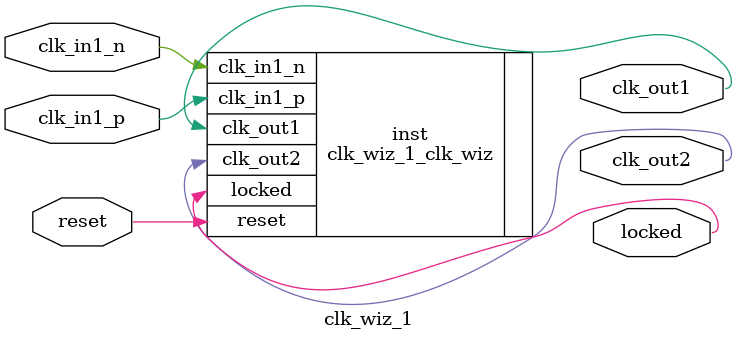
<source format=v>


`timescale 1ps/1ps

(* CORE_GENERATION_INFO = "clk_wiz_1,clk_wiz_v5_4_0_0,{component_name=clk_wiz_1,use_phase_alignment=true,use_min_o_jitter=false,use_max_i_jitter=false,use_dyn_phase_shift=false,use_inclk_switchover=false,use_dyn_reconfig=false,enable_axi=0,feedback_source=FDBK_AUTO,PRIMITIVE=MMCM,num_out_clk=2,clkin1_period=5.000,clkin2_period=10.000,use_power_down=false,use_reset=true,use_locked=true,use_inclk_stopped=false,feedback_type=SINGLE,CLOCK_MGR_TYPE=NA,manual_override=false}" *)

module clk_wiz_1 
 (
  // Clock out ports
  output        clk_out1,
  output        clk_out2,
  // Status and control signals
  input         reset,
  output        locked,
 // Clock in ports
  input         clk_in1_p,
  input         clk_in1_n
 );

  clk_wiz_1_clk_wiz inst
  (
  // Clock out ports  
  .clk_out1(clk_out1),
  .clk_out2(clk_out2),
  // Status and control signals               
  .reset(reset), 
  .locked(locked),
 // Clock in ports
  .clk_in1_p(clk_in1_p),
  .clk_in1_n(clk_in1_n)
  );

endmodule

</source>
